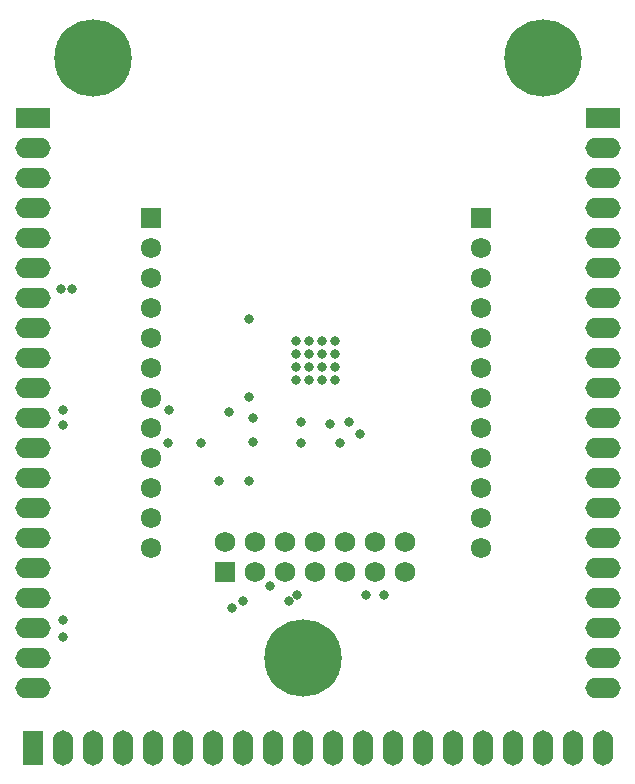
<source format=gbs>
G04 Layer_Color=16711935*
%FSLAX25Y25*%
%MOIN*%
G70*
G01*
G75*
%ADD42C,0.25800*%
%ADD43R,0.11800X0.06800*%
%ADD44O,0.11800X0.06800*%
%ADD45R,0.06800X0.11800*%
%ADD46O,0.06800X0.11800*%
%ADD47R,0.06902X0.06902*%
%ADD48C,0.06902*%
%ADD49C,0.06784*%
%ADD50R,0.06784X0.06784*%
%ADD51C,0.03162*%
%ADD52C,0.03200*%
D42*
X198000Y138000D02*
D03*
X128000Y338000D02*
D03*
X278000D02*
D03*
D43*
X108000Y318000D02*
D03*
X298000D02*
D03*
D44*
X108000Y308000D02*
D03*
Y298000D02*
D03*
Y288000D02*
D03*
Y278000D02*
D03*
Y268000D02*
D03*
Y258000D02*
D03*
Y248000D02*
D03*
Y238000D02*
D03*
Y228000D02*
D03*
Y218000D02*
D03*
Y208000D02*
D03*
Y198000D02*
D03*
Y188000D02*
D03*
Y178000D02*
D03*
Y168000D02*
D03*
Y158000D02*
D03*
Y148000D02*
D03*
Y138000D02*
D03*
Y128000D02*
D03*
X298000Y308000D02*
D03*
Y298000D02*
D03*
Y288000D02*
D03*
Y278000D02*
D03*
Y268000D02*
D03*
Y258000D02*
D03*
Y248000D02*
D03*
Y238000D02*
D03*
Y228000D02*
D03*
Y218000D02*
D03*
Y208000D02*
D03*
Y198000D02*
D03*
Y188000D02*
D03*
Y178000D02*
D03*
Y168000D02*
D03*
Y158000D02*
D03*
Y148000D02*
D03*
Y138000D02*
D03*
Y128000D02*
D03*
D45*
X108000Y108000D02*
D03*
D46*
X118000D02*
D03*
X128000D02*
D03*
X138000D02*
D03*
X148000D02*
D03*
X158000D02*
D03*
X168000D02*
D03*
X178000D02*
D03*
X188000D02*
D03*
X198000D02*
D03*
X208000D02*
D03*
X218000D02*
D03*
X228000D02*
D03*
X238000D02*
D03*
X248000D02*
D03*
X258000D02*
D03*
X268000D02*
D03*
X278000D02*
D03*
X288000D02*
D03*
X298000D02*
D03*
D47*
X172000Y166500D02*
D03*
D48*
X182000D02*
D03*
X192000D02*
D03*
X202000D02*
D03*
X212000D02*
D03*
X222000D02*
D03*
X232000D02*
D03*
X172000Y176500D02*
D03*
X182000D02*
D03*
X192000D02*
D03*
X202000D02*
D03*
X212000D02*
D03*
X222000D02*
D03*
X232000D02*
D03*
D49*
X147500Y174500D02*
D03*
Y184500D02*
D03*
Y194500D02*
D03*
Y204500D02*
D03*
Y214500D02*
D03*
Y224500D02*
D03*
Y234500D02*
D03*
Y244500D02*
D03*
Y254500D02*
D03*
Y264500D02*
D03*
Y274500D02*
D03*
X257500Y174500D02*
D03*
Y184500D02*
D03*
Y194500D02*
D03*
Y204500D02*
D03*
Y214500D02*
D03*
Y224500D02*
D03*
Y234500D02*
D03*
Y244500D02*
D03*
Y254500D02*
D03*
Y264500D02*
D03*
Y274500D02*
D03*
D50*
X147500Y284500D02*
D03*
X257500D02*
D03*
D51*
X195614Y243571D02*
D03*
X199945D02*
D03*
X204276D02*
D03*
X208606D02*
D03*
X195614Y239240D02*
D03*
X199945D02*
D03*
X204276D02*
D03*
X208606D02*
D03*
X195614Y234910D02*
D03*
X199945D02*
D03*
X204276D02*
D03*
X208606D02*
D03*
X195614Y230579D02*
D03*
X199945D02*
D03*
X204276D02*
D03*
X208606D02*
D03*
D52*
X170000Y197000D02*
D03*
X117500Y261000D02*
D03*
X121000D02*
D03*
X118000Y220500D02*
D03*
Y215500D02*
D03*
X153500Y220500D02*
D03*
X173500Y220000D02*
D03*
X178000Y157000D02*
D03*
X193500D02*
D03*
X118000Y145000D02*
D03*
Y150500D02*
D03*
X196000Y159000D02*
D03*
X174500Y154500D02*
D03*
X187000Y162000D02*
D03*
X153000Y209500D02*
D03*
X164000D02*
D03*
X197500D02*
D03*
X210500D02*
D03*
X217000Y212500D02*
D03*
X197500Y216500D02*
D03*
X213500D02*
D03*
X207000Y216000D02*
D03*
X225000Y159000D02*
D03*
X219000D02*
D03*
X180000Y251000D02*
D03*
Y225000D02*
D03*
Y197000D02*
D03*
X181500Y210000D02*
D03*
Y218000D02*
D03*
M02*

</source>
